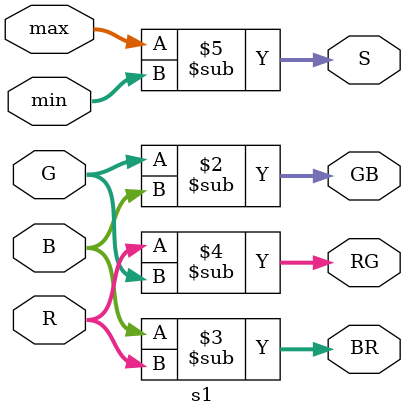
<source format=v>
module s1(
    input [7:0] R,G,B,max,min,
    output reg [7:0] S,GB,BR,RG
);


always @(R,G,B,max,min) begin
    GB <= G-B;
    BR <= B-R;
    RG <= R-G;
    S <= max - min;
end
endmodule
</source>
